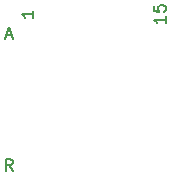
<source format=gbr>
%TF.GenerationSoftware,KiCad,Pcbnew,7.0.9*%
%TF.CreationDate,2023-12-12T21:37:17+00:00*%
%TF.ProjectId,watch_main,77617463-685f-46d6-9169-6e2e6b696361,rev?*%
%TF.SameCoordinates,Original*%
%TF.FileFunction,Legend,Bot*%
%TF.FilePolarity,Positive*%
%FSLAX46Y46*%
G04 Gerber Fmt 4.6, Leading zero omitted, Abs format (unit mm)*
G04 Created by KiCad (PCBNEW 7.0.9) date 2023-12-12 21:37:17*
%MOMM*%
%LPD*%
G01*
G04 APERTURE LIST*
%ADD10C,0.150000*%
G04 APERTURE END LIST*
D10*
X149607105Y-68587905D02*
X150083295Y-68587905D01*
X149511867Y-68873620D02*
X149845200Y-67873620D01*
X149845200Y-67873620D02*
X150178533Y-68873620D01*
X150154723Y-80073618D02*
X149821390Y-79597427D01*
X149583295Y-80073618D02*
X149583295Y-79073618D01*
X149583295Y-79073618D02*
X149964247Y-79073618D01*
X149964247Y-79073618D02*
X150059485Y-79121237D01*
X150059485Y-79121237D02*
X150107104Y-79168856D01*
X150107104Y-79168856D02*
X150154723Y-79264094D01*
X150154723Y-79264094D02*
X150154723Y-79406951D01*
X150154723Y-79406951D02*
X150107104Y-79502189D01*
X150107104Y-79502189D02*
X150059485Y-79549808D01*
X150059485Y-79549808D02*
X149964247Y-79597427D01*
X149964247Y-79597427D02*
X149583295Y-79597427D01*
X151913620Y-66519485D02*
X151913620Y-67090913D01*
X151913620Y-66805199D02*
X150913620Y-66805199D01*
X150913620Y-66805199D02*
X151056477Y-66900437D01*
X151056477Y-66900437D02*
X151151715Y-66995675D01*
X151151715Y-66995675D02*
X151199334Y-67090913D01*
X163113618Y-66995676D02*
X163113618Y-67567104D01*
X163113618Y-67281390D02*
X162113618Y-67281390D01*
X162113618Y-67281390D02*
X162256475Y-67376628D01*
X162256475Y-67376628D02*
X162351713Y-67471866D01*
X162351713Y-67471866D02*
X162399332Y-67567104D01*
X162113618Y-66090914D02*
X162113618Y-66567104D01*
X162113618Y-66567104D02*
X162589808Y-66614723D01*
X162589808Y-66614723D02*
X162542189Y-66567104D01*
X162542189Y-66567104D02*
X162494570Y-66471866D01*
X162494570Y-66471866D02*
X162494570Y-66233771D01*
X162494570Y-66233771D02*
X162542189Y-66138533D01*
X162542189Y-66138533D02*
X162589808Y-66090914D01*
X162589808Y-66090914D02*
X162685046Y-66043295D01*
X162685046Y-66043295D02*
X162923141Y-66043295D01*
X162923141Y-66043295D02*
X163018379Y-66090914D01*
X163018379Y-66090914D02*
X163065999Y-66138533D01*
X163065999Y-66138533D02*
X163113618Y-66233771D01*
X163113618Y-66233771D02*
X163113618Y-66471866D01*
X163113618Y-66471866D02*
X163065999Y-66567104D01*
X163065999Y-66567104D02*
X163018379Y-66614723D01*
%LPC*%
%LPD*%
M02*

</source>
